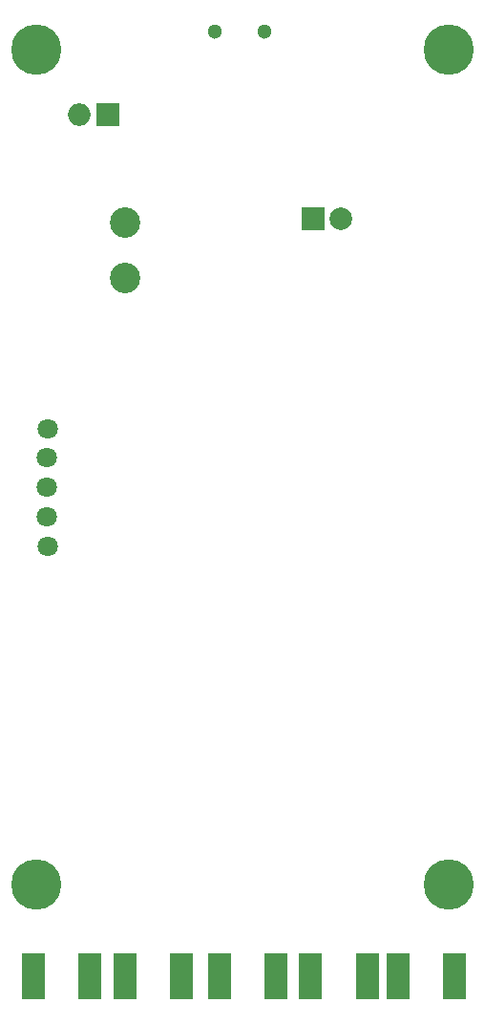
<source format=gbr>
G04 #@! TF.FileFunction,Soldermask,Bot*
%FSLAX46Y46*%
G04 Gerber Fmt 4.6, Leading zero omitted, Abs format (unit mm)*
G04 Created by KiCad (PCBNEW 4.0.7) date 04/25/19 22:47:30*
%MOMM*%
%LPD*%
G01*
G04 APERTURE LIST*
%ADD10C,0.100000*%
%ADD11C,4.464000*%
%ADD12R,2.000000X2.000000*%
%ADD13C,2.000000*%
%ADD14R,2.100000X4.100000*%
%ADD15C,1.300000*%
%ADD16C,2.700000*%
%ADD17C,1.800000*%
%ADD18O,2.000000X2.000000*%
G04 APERTURE END LIST*
D10*
D11*
X154500000Y-124000000D03*
X118000000Y-124000000D03*
X154500000Y-50000000D03*
X118000000Y-50000000D03*
D12*
X142499000Y-64986000D03*
D13*
X144999000Y-64986000D03*
D14*
X130829000Y-132076000D03*
X125829000Y-132076000D03*
X147300320Y-132094600D03*
X142300320Y-132094600D03*
X122705500Y-132069200D03*
X117705500Y-132069200D03*
X139202800Y-132069200D03*
X134202800Y-132069200D03*
X155039700Y-132122540D03*
X150039700Y-132122540D03*
D15*
X138219000Y-48396000D03*
X133819000Y-48396000D03*
D16*
X125809000Y-70236000D03*
X125809000Y-65336000D03*
D17*
X118949000Y-83556000D03*
X118929000Y-86156000D03*
X118869000Y-88746000D03*
X118899000Y-91336000D03*
X118979000Y-93966000D03*
D12*
X124290000Y-55740000D03*
D18*
X121750000Y-55740000D03*
M02*

</source>
